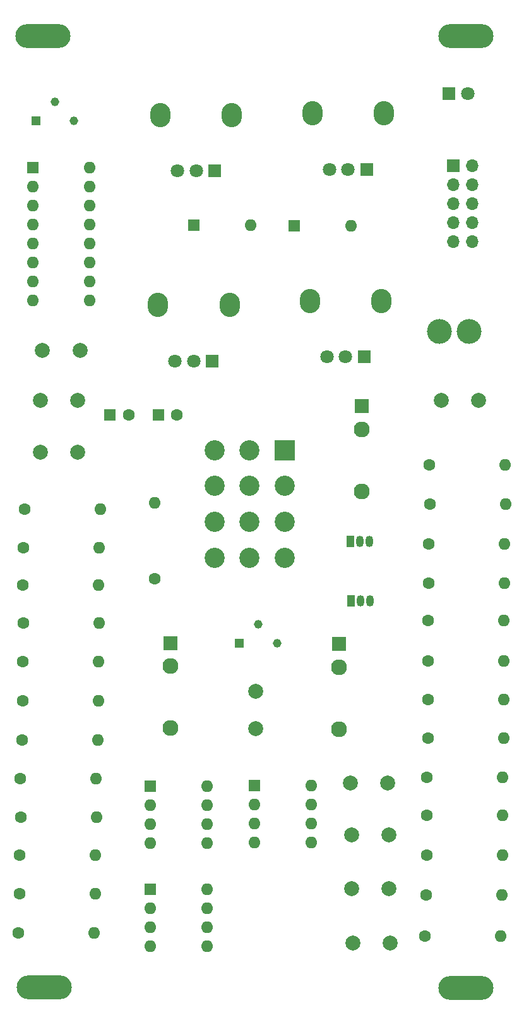
<source format=gbr>
%TF.GenerationSoftware,KiCad,Pcbnew,5.1.7*%
%TF.CreationDate,2020-11-10T17:44:51+01:00*%
%TF.ProjectId,AS3310-ADSR,41533333-3130-42d4-9144-53522e6b6963,1*%
%TF.SameCoordinates,Original*%
%TF.FileFunction,Soldermask,Bot*%
%TF.FilePolarity,Negative*%
%FSLAX46Y46*%
G04 Gerber Fmt 4.6, Leading zero omitted, Abs format (unit mm)*
G04 Created by KiCad (PCBNEW 5.1.7) date 2020-11-10 17:44:51*
%MOMM*%
%LPD*%
G01*
G04 APERTURE LIST*
%ADD10C,3.320000*%
%ADD11C,1.168000*%
%ADD12R,1.168000X1.168000*%
%ADD13C,1.600000*%
%ADD14R,1.600000X1.600000*%
%ADD15O,7.400000X3.200000*%
%ADD16C,2.130000*%
%ADD17R,1.930000X1.830000*%
%ADD18C,2.700000*%
%ADD19R,2.700000X2.700000*%
%ADD20O,1.600000X1.600000*%
%ADD21C,1.800000*%
%ADD22R,1.800000X1.800000*%
%ADD23O,2.720000X3.240000*%
%ADD24R,1.050000X1.500000*%
%ADD25O,1.050000X1.500000*%
%ADD26O,1.700000X1.700000*%
%ADD27R,1.700000X1.700000*%
%ADD28C,2.000000*%
G04 APERTURE END LIST*
D10*
%TO.C,SW2*%
X141300000Y-75190000D03*
X145300000Y-75190000D03*
%TD*%
D11*
%TO.C,RV6*%
X89680000Y-44490000D03*
X92220000Y-47030000D03*
D12*
X87140000Y-47030000D03*
%TD*%
D11*
%TO.C,RV5*%
X117010000Y-114440000D03*
X119550000Y-116980000D03*
D12*
X114470000Y-116980000D03*
%TD*%
D13*
%TO.C,C10*%
X106070000Y-86350000D03*
D14*
X103570000Y-86350000D03*
%TD*%
D13*
%TO.C,C9*%
X99620000Y-86350000D03*
D14*
X97120000Y-86350000D03*
%TD*%
D15*
%TO.C,TOP_RIGHT_MOUNT*%
X144870000Y-35670000D03*
%TD*%
%TO.C,TOP_LEFT_MOUNT*%
X88080000Y-35710000D03*
%TD*%
%TO.C,BOTTOM_LEFT_MOUNT*%
X88320000Y-162980000D03*
%TD*%
%TO.C,BOTTOM_RIGHT_MOUNT*%
X144820000Y-163060000D03*
%TD*%
D16*
%TO.C,J3*%
X105180000Y-128320000D03*
D17*
X105180000Y-116920000D03*
D16*
X105180000Y-120020000D03*
%TD*%
D18*
%TO.C,S1*%
X120510000Y-105510000D03*
X120510000Y-100710000D03*
D19*
X120510000Y-91110000D03*
D18*
X120510000Y-95910000D03*
X111110000Y-105510000D03*
X111110000Y-100710000D03*
X111110000Y-91110000D03*
X111110000Y-95910000D03*
X115810000Y-105510000D03*
X115810000Y-100710000D03*
X115810000Y-91110000D03*
X115810000Y-95910000D03*
%TD*%
D13*
%TO.C,R26*%
X139370000Y-156140000D03*
D20*
X149530000Y-156140000D03*
%TD*%
D21*
%TO.C,D3*%
X145090000Y-43350000D03*
D22*
X142550000Y-43350000D03*
%TD*%
D20*
%TO.C,U4*%
X110100000Y-136130000D03*
X102480000Y-143750000D03*
X110100000Y-138670000D03*
X102480000Y-141210000D03*
X110100000Y-141210000D03*
X102480000Y-138670000D03*
X110100000Y-143750000D03*
D14*
X102480000Y-136130000D03*
%TD*%
D20*
%TO.C,U3*%
X124090000Y-135970000D03*
X116470000Y-143590000D03*
X124090000Y-138510000D03*
X116470000Y-141050000D03*
X124090000Y-141050000D03*
X116470000Y-138510000D03*
X124090000Y-143590000D03*
D14*
X116470000Y-135970000D03*
%TD*%
D20*
%TO.C,U2*%
X94400000Y-53300000D03*
X86780000Y-71080000D03*
X94400000Y-55840000D03*
X86780000Y-68540000D03*
X94400000Y-58380000D03*
X86780000Y-66000000D03*
X94400000Y-60920000D03*
X86780000Y-63460000D03*
X94400000Y-63460000D03*
X86780000Y-60920000D03*
X94400000Y-66000000D03*
X86780000Y-58380000D03*
X94400000Y-68540000D03*
X86780000Y-55840000D03*
X94400000Y-71080000D03*
D14*
X86780000Y-53300000D03*
%TD*%
D20*
%TO.C,U1*%
X110140000Y-149880000D03*
X102520000Y-157500000D03*
X110140000Y-152420000D03*
X102520000Y-154960000D03*
X110140000Y-154960000D03*
X102520000Y-152420000D03*
X110140000Y-157500000D03*
D14*
X102520000Y-149880000D03*
%TD*%
D23*
%TO.C,RV4*%
X133510000Y-71130000D03*
X123910000Y-71130000D03*
D21*
X126210000Y-78630000D03*
X128710000Y-78630000D03*
D22*
X131210000Y-78630000D03*
%TD*%
D23*
%TO.C,RV3*%
X133840000Y-46030000D03*
X124240000Y-46030000D03*
D21*
X126540000Y-53530000D03*
X129040000Y-53530000D03*
D22*
X131540000Y-53530000D03*
%TD*%
D23*
%TO.C,RV2*%
X113470000Y-46250000D03*
X103870000Y-46250000D03*
D21*
X106170000Y-53750000D03*
X108670000Y-53750000D03*
D22*
X111170000Y-53750000D03*
%TD*%
D23*
%TO.C,RV1*%
X113140000Y-71690000D03*
X103540000Y-71690000D03*
D21*
X105840000Y-79190000D03*
X108340000Y-79190000D03*
D22*
X110840000Y-79190000D03*
%TD*%
D13*
%TO.C,R25*%
X139470000Y-150690000D03*
D20*
X149630000Y-150690000D03*
%TD*%
D13*
%TO.C,R24*%
X139630000Y-145350000D03*
D20*
X149790000Y-145350000D03*
%TD*%
D13*
%TO.C,R23*%
X139570000Y-140020000D03*
D20*
X149730000Y-140020000D03*
%TD*%
D13*
%TO.C,R22*%
X139620000Y-134890000D03*
D20*
X149780000Y-134890000D03*
%TD*%
D13*
%TO.C,R21*%
X139780000Y-129630000D03*
D20*
X149940000Y-129630000D03*
%TD*%
D13*
%TO.C,R20*%
X139780000Y-124490000D03*
D20*
X149940000Y-124490000D03*
%TD*%
D13*
%TO.C,R19*%
X139780000Y-119300000D03*
D20*
X149940000Y-119300000D03*
%TD*%
D13*
%TO.C,R18*%
X139780000Y-113940000D03*
D20*
X149940000Y-113940000D03*
%TD*%
D13*
%TO.C,R17*%
X139870000Y-108940000D03*
D20*
X150030000Y-108940000D03*
%TD*%
D13*
%TO.C,R16*%
X139870000Y-103660000D03*
D20*
X150030000Y-103660000D03*
%TD*%
D13*
%TO.C,R15*%
X140000000Y-98310000D03*
D20*
X150160000Y-98310000D03*
%TD*%
D13*
%TO.C,R14*%
X139960000Y-93120000D03*
D20*
X150120000Y-93120000D03*
%TD*%
D13*
%TO.C,R13*%
X103110000Y-108310000D03*
D20*
X103110000Y-98150000D03*
%TD*%
D13*
%TO.C,R12*%
X84830000Y-155750000D03*
D20*
X94990000Y-155750000D03*
%TD*%
D13*
%TO.C,R11*%
X85020000Y-150510000D03*
D20*
X95180000Y-150510000D03*
%TD*%
D13*
%TO.C,R10*%
X85020000Y-145300000D03*
D20*
X95180000Y-145300000D03*
%TD*%
D13*
%TO.C,R9*%
X85150000Y-140210000D03*
D20*
X95310000Y-140210000D03*
%TD*%
D13*
%TO.C,R8*%
X85090000Y-135110000D03*
D20*
X95250000Y-135110000D03*
%TD*%
D13*
%TO.C,R7*%
X85280000Y-129910000D03*
D20*
X95440000Y-129910000D03*
%TD*%
D13*
%TO.C,R6*%
X85400000Y-124620000D03*
D20*
X95560000Y-124620000D03*
%TD*%
D13*
%TO.C,R5*%
X85440000Y-119390000D03*
D20*
X95600000Y-119390000D03*
%TD*%
D13*
%TO.C,R4*%
X85470000Y-114240000D03*
D20*
X95630000Y-114240000D03*
%TD*%
D13*
%TO.C,R3*%
X85400000Y-109180000D03*
D20*
X95560000Y-109180000D03*
%TD*%
D13*
%TO.C,R2*%
X85480000Y-104170000D03*
D20*
X95640000Y-104170000D03*
%TD*%
D13*
%TO.C,R1*%
X85630000Y-99020000D03*
D20*
X95790000Y-99020000D03*
%TD*%
D24*
%TO.C,Q2*%
X129450000Y-111290000D03*
D25*
X131990000Y-111290000D03*
X130720000Y-111290000D03*
%TD*%
D24*
%TO.C,Q1*%
X129360000Y-103310000D03*
D25*
X131900000Y-103310000D03*
X130630000Y-103310000D03*
%TD*%
D16*
%TO.C,J4*%
X130880000Y-96610000D03*
D17*
X130880000Y-85210000D03*
D16*
X130880000Y-88310000D03*
%TD*%
D26*
%TO.C,J2*%
X145680000Y-63170000D03*
X143140000Y-63170000D03*
X145680000Y-60630000D03*
X143140000Y-60630000D03*
X145680000Y-58090000D03*
X143140000Y-58090000D03*
X145680000Y-55550000D03*
X143140000Y-55550000D03*
X145680000Y-53010000D03*
D27*
X143140000Y-53010000D03*
%TD*%
D16*
%TO.C,J1*%
X127800000Y-128480000D03*
D17*
X127800000Y-117080000D03*
D16*
X127800000Y-120180000D03*
%TD*%
D20*
%TO.C,D2*%
X129460000Y-61090000D03*
D14*
X121840000Y-61090000D03*
%TD*%
D20*
%TO.C,D1*%
X115990000Y-61020000D03*
D14*
X108370000Y-61020000D03*
%TD*%
D28*
%TO.C,C11*%
X141570000Y-84480000D03*
X146570000Y-84480000D03*
%TD*%
%TO.C,C8*%
X134540000Y-149800000D03*
X129540000Y-149800000D03*
%TD*%
%TO.C,C7*%
X134490000Y-142630000D03*
X129490000Y-142630000D03*
%TD*%
%TO.C,C6*%
X92810000Y-91370000D03*
X87810000Y-91370000D03*
%TD*%
%TO.C,C5*%
X92810000Y-84430000D03*
X87810000Y-84430000D03*
%TD*%
%TO.C,C4*%
X134680000Y-157050000D03*
X129680000Y-157050000D03*
%TD*%
%TO.C,C3*%
X93070000Y-77750000D03*
X88070000Y-77750000D03*
%TD*%
%TO.C,C2*%
X134380000Y-135660000D03*
X129380000Y-135660000D03*
%TD*%
%TO.C,C1*%
X116660000Y-123380000D03*
X116660000Y-128380000D03*
%TD*%
M02*

</source>
